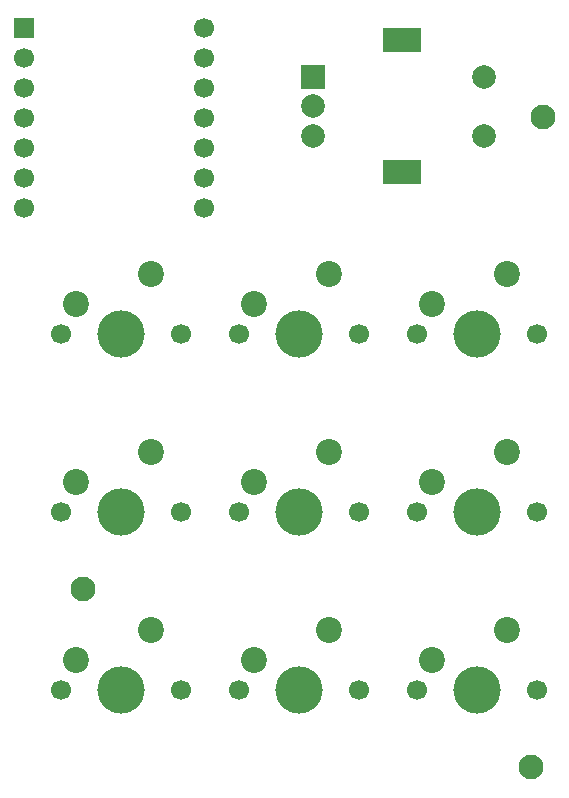
<source format=gbr>
%TF.GenerationSoftware,KiCad,Pcbnew,8.0.5*%
%TF.CreationDate,2024-10-10T18:30:33-04:00*%
%TF.ProjectId,Hackpad-Kicad,4861636b-7061-4642-9d4b-696361642e6b,rev?*%
%TF.SameCoordinates,Original*%
%TF.FileFunction,Soldermask,Top*%
%TF.FilePolarity,Negative*%
%FSLAX46Y46*%
G04 Gerber Fmt 4.6, Leading zero omitted, Abs format (unit mm)*
G04 Created by KiCad (PCBNEW 8.0.5) date 2024-10-10 18:30:33*
%MOMM*%
%LPD*%
G01*
G04 APERTURE LIST*
%ADD10C,1.700000*%
%ADD11C,4.000000*%
%ADD12C,2.200000*%
%ADD13R,1.700000X1.700000*%
%ADD14R,2.000000X2.000000*%
%ADD15C,2.000000*%
%ADD16R,3.200000X2.000000*%
%ADD17C,2.100000*%
G04 APERTURE END LIST*
D10*
%TO.C,SW1*%
X115170000Y-80370000D03*
D11*
X120250000Y-80370000D03*
D10*
X125330000Y-80370000D03*
D12*
X122790000Y-75290000D03*
X116440000Y-77830000D03*
%TD*%
D10*
%TO.C,SW9*%
X145350000Y-110550000D03*
D11*
X150430000Y-110550000D03*
D10*
X155510000Y-110550000D03*
D12*
X152970000Y-105470000D03*
X146620000Y-108010000D03*
%TD*%
D10*
%TO.C,SW4*%
X130260000Y-80370000D03*
D11*
X135340000Y-80370000D03*
D10*
X140420000Y-80370000D03*
D12*
X137880000Y-75290000D03*
X131530000Y-77830000D03*
%TD*%
D10*
%TO.C,SW5*%
X130260000Y-95460000D03*
D11*
X135340000Y-95460000D03*
D10*
X140420000Y-95460000D03*
D12*
X137880000Y-90380000D03*
X131530000Y-92920000D03*
%TD*%
D13*
%TO.C,U1*%
X112000000Y-54500000D03*
D10*
X112000000Y-57040000D03*
X112000000Y-59580000D03*
X112000000Y-62120000D03*
X112000000Y-64660000D03*
X112000000Y-67200000D03*
X112000000Y-69740000D03*
X127250000Y-69740000D03*
X127250000Y-67200000D03*
X127250000Y-64660000D03*
X127250000Y-62120000D03*
X127250000Y-59580000D03*
X127250000Y-57040000D03*
X127250000Y-54500000D03*
%TD*%
D14*
%TO.C,SW10*%
X136500000Y-58600000D03*
D15*
X136500000Y-63600000D03*
X136500000Y-61100000D03*
D16*
X144000000Y-55500000D03*
X144000000Y-66700000D03*
D15*
X151000000Y-63600000D03*
X151000000Y-58600000D03*
%TD*%
D17*
%TO.C,REF\u002A\u002A*%
X155000000Y-117000000D03*
%TD*%
D10*
%TO.C,SW6*%
X130260000Y-110550000D03*
D11*
X135340000Y-110550000D03*
D10*
X140420000Y-110550000D03*
D12*
X137880000Y-105470000D03*
X131530000Y-108010000D03*
%TD*%
D17*
%TO.C,REF\u002A\u002A*%
X156000000Y-62000000D03*
%TD*%
D10*
%TO.C,SW3*%
X115170000Y-110550000D03*
D11*
X120250000Y-110550000D03*
D10*
X125330000Y-110550000D03*
D12*
X122790000Y-105470000D03*
X116440000Y-108010000D03*
%TD*%
D10*
%TO.C,SW2*%
X115170000Y-95460000D03*
D11*
X120250000Y-95460000D03*
D10*
X125330000Y-95460000D03*
D12*
X122790000Y-90380000D03*
X116440000Y-92920000D03*
%TD*%
D10*
%TO.C,SW8*%
X145350000Y-95460000D03*
D11*
X150430000Y-95460000D03*
D10*
X155510000Y-95460000D03*
D12*
X152970000Y-90380000D03*
X146620000Y-92920000D03*
%TD*%
D10*
%TO.C,SW7*%
X145350000Y-80370000D03*
D11*
X150430000Y-80370000D03*
D10*
X155510000Y-80370000D03*
D12*
X152970000Y-75290000D03*
X146620000Y-77830000D03*
%TD*%
D17*
%TO.C,REF\u002A\u002A*%
X117000000Y-102000000D03*
%TD*%
M02*

</source>
